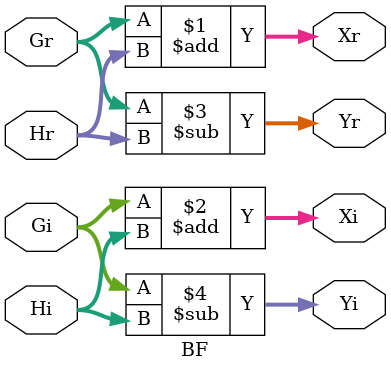
<source format=v>
/******************************************************************************
Copyright (c) 2018 SoC Design Laboratory, Konkuk University, South Korea
All rights reserved.

Redistribution and use in source and binary forms, with or without
modification, are permitted provided that the following conditions are
met: redistributions of source code must retain the above copyright
notice, this list of conditions and the following disclaimer;
redistributions in binary form must reproduce the above copyright
notice, this list of conditions and the following disclaimer in the
documentation and/or other materials provided with the distribution;
neither the name of the copyright holders nor the names of its
contributors may be used to endorse or promote products derived from
this software without specific prior written permission.

THIS SOFTWARE IS PROVIDED BY THE COPYRIGHT HOLDERS AND CONTRIBUTORS
"AS IS" AND ANY EXPRESS OR IMPLIED WARRANTIES, INCLUDING, BUT NOT
LIMITED TO, THE IMPLIED WARRANTIES OF MERCHANTABILITY AND FITNESS FOR
A PARTICULAR PURPOSE ARE DISCLAIMED. IN NO EVENT SHALL THE COPYRIGHT
OWNER OR CONTRIBUTORS BE LIABLE FOR ANY DIRECT, INDIRECT, INCIDENTAL,
SPECIAL, EXEMPLARY, OR CONSEQUENTIAL DAMAGES (INCLUDING, BUT NOT
LIMITED TO, PROCUREMENT OF SUBSTITUTE GOODS OR SERVICES; LOSS OF USE,
DATA, OR PROFITS; OR BUSINESS INTERRUPTION) HOWEVER CAUSED AND ON ANY
THEORY OF LIABILITY, WHETHER IN CONTRACT, STRICT LIABILITY, OR TORT
(INCLUDING NEGLIGENCE OR OTHERWISE) ARISING IN ANY WAY OUT OF THE USE
OF THIS SOFTWARE, EVEN IF ADVISED OF THE POSSIBILITY OF SUCH DAMAGE.

Authors: Sunwoo Kim (sunwkim@konkuk.ac.kr)

Revision History
2017.02.15: Started by Sunwoo Kim
*******************************************************************************/

module BF (Gr,Gi,Hr,Hi,Xr,Xi,Yr,Yi);
parameter BW =16;

input signed [BW-2:0] Gr,Gi,Hr,Hi;
output signed[BW-1:0] Xr,Xi,Yr,Yi;

assign Xr = Gr+Hr;
assign Xi = Gi+Hi;
assign Yr = Gr-Hr;
assign Yi = Gi-Hi;

endmodule
</source>
